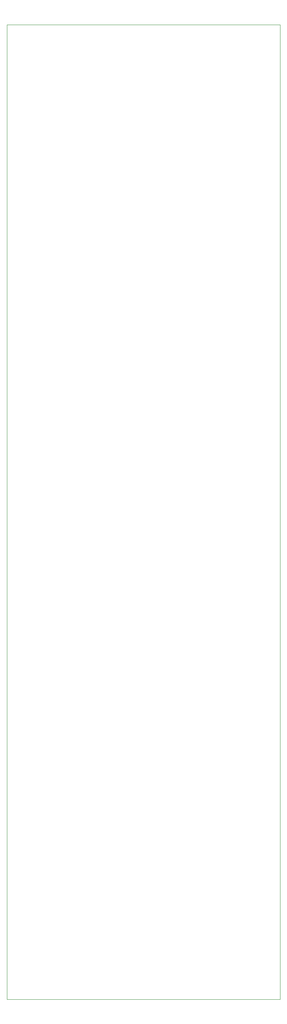
<source format=gbr>
%TF.GenerationSoftware,KiCad,Pcbnew,(6.0.0)*%
%TF.CreationDate,2022-04-21T19:53:10+02:00*%
%TF.ProjectId,KallebolFanoutBoard,4b616c6c-6562-46f6-9c46-616e6f757442,rev?*%
%TF.SameCoordinates,Original*%
%TF.FileFunction,Profile,NP*%
%FSLAX46Y46*%
G04 Gerber Fmt 4.6, Leading zero omitted, Abs format (unit mm)*
G04 Created by KiCad (PCBNEW (6.0.0)) date 2022-04-21 19:53:10*
%MOMM*%
%LPD*%
G01*
G04 APERTURE LIST*
%TA.AperFunction,Profile*%
%ADD10C,0.100000*%
%TD*%
G04 APERTURE END LIST*
D10*
X82750000Y-25000000D02*
X142750000Y-25000000D01*
X142750000Y-25000000D02*
X142750000Y-239000000D01*
X142750000Y-239000000D02*
X82750000Y-239000000D01*
X82750000Y-239000000D02*
X82750000Y-25000000D01*
M02*

</source>
